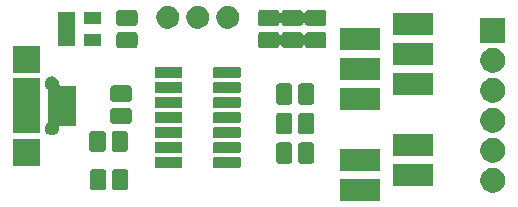
<source format=gbr>
G04 #@! TF.GenerationSoftware,KiCad,Pcbnew,5.1.5+dfsg1-2build2*
G04 #@! TF.CreationDate,2021-03-04T23:30:08+01:00*
G04 #@! TF.ProjectId,USB-I2C,5553422d-4932-4432-9e6b-696361645f70,rev?*
G04 #@! TF.SameCoordinates,Original*
G04 #@! TF.FileFunction,Soldermask,Top*
G04 #@! TF.FilePolarity,Negative*
%FSLAX46Y46*%
G04 Gerber Fmt 4.6, Leading zero omitted, Abs format (unit mm)*
G04 Created by KiCad (PCBNEW 5.1.5+dfsg1-2build2) date 2021-03-04 23:30:08*
%MOMM*%
%LPD*%
G04 APERTURE LIST*
%ADD10C,0.100000*%
G04 APERTURE END LIST*
D10*
G36*
X178950000Y-116105000D02*
G01*
X175550000Y-116105000D01*
X175550000Y-114205000D01*
X178950000Y-114205000D01*
X178950000Y-116105000D01*
G37*
G36*
X188594819Y-113254655D02*
G01*
X188774274Y-113290350D01*
X188965362Y-113369502D01*
X189137336Y-113484411D01*
X189283589Y-113630664D01*
X189398498Y-113802638D01*
X189477650Y-113993726D01*
X189518000Y-114196584D01*
X189518000Y-114403416D01*
X189477650Y-114606274D01*
X189398498Y-114797362D01*
X189283589Y-114969336D01*
X189137336Y-115115589D01*
X188965362Y-115230498D01*
X188774274Y-115309650D01*
X188596687Y-115344973D01*
X188571417Y-115350000D01*
X188364583Y-115350000D01*
X188339313Y-115344973D01*
X188161726Y-115309650D01*
X187970638Y-115230498D01*
X187798664Y-115115589D01*
X187652411Y-114969336D01*
X187537502Y-114797362D01*
X187458350Y-114606274D01*
X187418000Y-114403416D01*
X187418000Y-114196584D01*
X187458350Y-113993726D01*
X187537502Y-113802638D01*
X187652411Y-113630664D01*
X187798664Y-113484411D01*
X187970638Y-113369502D01*
X188161726Y-113290350D01*
X188341181Y-113254655D01*
X188364583Y-113250000D01*
X188571417Y-113250000D01*
X188594819Y-113254655D01*
G37*
G36*
X155523499Y-113355997D02*
G01*
X155576147Y-113371968D01*
X155624668Y-113397902D01*
X155667195Y-113432805D01*
X155702098Y-113475332D01*
X155728032Y-113523853D01*
X155744003Y-113576501D01*
X155750000Y-113637390D01*
X155750000Y-114862610D01*
X155744003Y-114923499D01*
X155728032Y-114976147D01*
X155702098Y-115024668D01*
X155667195Y-115067195D01*
X155624668Y-115102098D01*
X155576147Y-115128032D01*
X155523499Y-115144003D01*
X155462610Y-115150000D01*
X154662390Y-115150000D01*
X154601501Y-115144003D01*
X154548853Y-115128032D01*
X154500332Y-115102098D01*
X154457805Y-115067195D01*
X154422902Y-115024668D01*
X154396968Y-114976147D01*
X154380997Y-114923499D01*
X154375000Y-114862610D01*
X154375000Y-113637390D01*
X154380997Y-113576501D01*
X154396968Y-113523853D01*
X154422902Y-113475332D01*
X154457805Y-113432805D01*
X154500332Y-113397902D01*
X154548853Y-113371968D01*
X154601501Y-113355997D01*
X154662390Y-113350000D01*
X155462610Y-113350000D01*
X155523499Y-113355997D01*
G37*
G36*
X157398499Y-113355997D02*
G01*
X157451147Y-113371968D01*
X157499668Y-113397902D01*
X157542195Y-113432805D01*
X157577098Y-113475332D01*
X157603032Y-113523853D01*
X157619003Y-113576501D01*
X157625000Y-113637390D01*
X157625000Y-114862610D01*
X157619003Y-114923499D01*
X157603032Y-114976147D01*
X157577098Y-115024668D01*
X157542195Y-115067195D01*
X157499668Y-115102098D01*
X157451147Y-115128032D01*
X157398499Y-115144003D01*
X157337610Y-115150000D01*
X156537390Y-115150000D01*
X156476501Y-115144003D01*
X156423853Y-115128032D01*
X156375332Y-115102098D01*
X156332805Y-115067195D01*
X156297902Y-115024668D01*
X156271968Y-114976147D01*
X156255997Y-114923499D01*
X156250000Y-114862610D01*
X156250000Y-113637390D01*
X156255997Y-113576501D01*
X156271968Y-113523853D01*
X156297902Y-113475332D01*
X156332805Y-113432805D01*
X156375332Y-113397902D01*
X156423853Y-113371968D01*
X156476501Y-113355997D01*
X156537390Y-113350000D01*
X157337610Y-113350000D01*
X157398499Y-113355997D01*
G37*
G36*
X183450000Y-114835000D02*
G01*
X180050000Y-114835000D01*
X180050000Y-112935000D01*
X183450000Y-112935000D01*
X183450000Y-114835000D01*
G37*
G36*
X178950000Y-113565000D02*
G01*
X175550000Y-113565000D01*
X175550000Y-111665000D01*
X178950000Y-111665000D01*
X178950000Y-113565000D01*
G37*
G36*
X162048963Y-112314196D02*
G01*
X162084021Y-112324831D01*
X162116332Y-112342102D01*
X162144655Y-112365345D01*
X162167898Y-112393668D01*
X162185169Y-112425979D01*
X162195804Y-112461037D01*
X162200000Y-112503641D01*
X162200000Y-113116359D01*
X162195804Y-113158963D01*
X162185169Y-113194021D01*
X162167898Y-113226332D01*
X162144655Y-113254655D01*
X162116332Y-113277898D01*
X162084021Y-113295169D01*
X162048963Y-113305804D01*
X162006359Y-113310000D01*
X160043641Y-113310000D01*
X160001037Y-113305804D01*
X159965979Y-113295169D01*
X159933668Y-113277898D01*
X159905345Y-113254655D01*
X159882102Y-113226332D01*
X159864831Y-113194021D01*
X159854196Y-113158963D01*
X159850000Y-113116359D01*
X159850000Y-112503641D01*
X159854196Y-112461037D01*
X159864831Y-112425979D01*
X159882102Y-112393668D01*
X159905345Y-112365345D01*
X159933668Y-112342102D01*
X159965979Y-112324831D01*
X160001037Y-112314196D01*
X160043641Y-112310000D01*
X162006359Y-112310000D01*
X162048963Y-112314196D01*
G37*
G36*
X166998963Y-112314196D02*
G01*
X167034021Y-112324831D01*
X167066332Y-112342102D01*
X167094655Y-112365345D01*
X167117898Y-112393668D01*
X167135169Y-112425979D01*
X167145804Y-112461037D01*
X167150000Y-112503641D01*
X167150000Y-113116359D01*
X167145804Y-113158963D01*
X167135169Y-113194021D01*
X167117898Y-113226332D01*
X167094655Y-113254655D01*
X167066332Y-113277898D01*
X167034021Y-113295169D01*
X166998963Y-113305804D01*
X166956359Y-113310000D01*
X164993641Y-113310000D01*
X164951037Y-113305804D01*
X164915979Y-113295169D01*
X164883668Y-113277898D01*
X164855345Y-113254655D01*
X164832102Y-113226332D01*
X164814831Y-113194021D01*
X164804196Y-113158963D01*
X164800000Y-113116359D01*
X164800000Y-112503641D01*
X164804196Y-112461037D01*
X164814831Y-112425979D01*
X164832102Y-112393668D01*
X164855345Y-112365345D01*
X164883668Y-112342102D01*
X164915979Y-112324831D01*
X164951037Y-112314196D01*
X164993641Y-112310000D01*
X166956359Y-112310000D01*
X166998963Y-112314196D01*
G37*
G36*
X150148690Y-113098390D02*
G01*
X147851310Y-113098390D01*
X147851310Y-110801010D01*
X150148690Y-110801010D01*
X150148690Y-113098390D01*
G37*
G36*
X173148499Y-111105997D02*
G01*
X173201147Y-111121968D01*
X173249668Y-111147902D01*
X173292195Y-111182805D01*
X173327098Y-111225332D01*
X173353032Y-111273853D01*
X173369003Y-111326501D01*
X173375000Y-111387390D01*
X173375000Y-112612610D01*
X173369003Y-112673499D01*
X173353032Y-112726147D01*
X173327098Y-112774668D01*
X173292195Y-112817195D01*
X173249668Y-112852098D01*
X173201147Y-112878032D01*
X173148499Y-112894003D01*
X173087610Y-112900000D01*
X172287390Y-112900000D01*
X172226501Y-112894003D01*
X172173853Y-112878032D01*
X172125332Y-112852098D01*
X172082805Y-112817195D01*
X172047902Y-112774668D01*
X172021968Y-112726147D01*
X172005997Y-112673499D01*
X172000000Y-112612610D01*
X172000000Y-111387390D01*
X172005997Y-111326501D01*
X172021968Y-111273853D01*
X172047902Y-111225332D01*
X172082805Y-111182805D01*
X172125332Y-111147902D01*
X172173853Y-111121968D01*
X172226501Y-111105997D01*
X172287390Y-111100000D01*
X173087610Y-111100000D01*
X173148499Y-111105997D01*
G37*
G36*
X171273499Y-111105997D02*
G01*
X171326147Y-111121968D01*
X171374668Y-111147902D01*
X171417195Y-111182805D01*
X171452098Y-111225332D01*
X171478032Y-111273853D01*
X171494003Y-111326501D01*
X171500000Y-111387390D01*
X171500000Y-112612610D01*
X171494003Y-112673499D01*
X171478032Y-112726147D01*
X171452098Y-112774668D01*
X171417195Y-112817195D01*
X171374668Y-112852098D01*
X171326147Y-112878032D01*
X171273499Y-112894003D01*
X171212610Y-112900000D01*
X170412390Y-112900000D01*
X170351501Y-112894003D01*
X170298853Y-112878032D01*
X170250332Y-112852098D01*
X170207805Y-112817195D01*
X170172902Y-112774668D01*
X170146968Y-112726147D01*
X170130997Y-112673499D01*
X170125000Y-112612610D01*
X170125000Y-111387390D01*
X170130997Y-111326501D01*
X170146968Y-111273853D01*
X170172902Y-111225332D01*
X170207805Y-111182805D01*
X170250332Y-111147902D01*
X170298853Y-111121968D01*
X170351501Y-111105997D01*
X170412390Y-111100000D01*
X171212610Y-111100000D01*
X171273499Y-111105997D01*
G37*
G36*
X188594819Y-110714655D02*
G01*
X188774274Y-110750350D01*
X188965362Y-110829502D01*
X189137336Y-110944411D01*
X189283589Y-111090664D01*
X189398498Y-111262638D01*
X189477650Y-111453726D01*
X189518000Y-111656584D01*
X189518000Y-111863416D01*
X189477650Y-112066274D01*
X189398498Y-112257362D01*
X189283589Y-112429336D01*
X189137336Y-112575589D01*
X188965362Y-112690498D01*
X188774274Y-112769650D01*
X188596687Y-112804973D01*
X188571417Y-112810000D01*
X188364583Y-112810000D01*
X188339313Y-112804973D01*
X188161726Y-112769650D01*
X187970638Y-112690498D01*
X187798664Y-112575589D01*
X187652411Y-112429336D01*
X187537502Y-112257362D01*
X187458350Y-112066274D01*
X187418000Y-111863416D01*
X187418000Y-111656584D01*
X187458350Y-111453726D01*
X187537502Y-111262638D01*
X187652411Y-111090664D01*
X187798664Y-110944411D01*
X187970638Y-110829502D01*
X188161726Y-110750350D01*
X188341181Y-110714655D01*
X188364583Y-110710000D01*
X188571417Y-110710000D01*
X188594819Y-110714655D01*
G37*
G36*
X183450000Y-112295000D02*
G01*
X180050000Y-112295000D01*
X180050000Y-110395000D01*
X183450000Y-110395000D01*
X183450000Y-112295000D01*
G37*
G36*
X166998963Y-111044196D02*
G01*
X167034021Y-111054831D01*
X167066332Y-111072102D01*
X167094655Y-111095345D01*
X167117898Y-111123668D01*
X167135169Y-111155979D01*
X167145804Y-111191037D01*
X167150000Y-111233641D01*
X167150000Y-111846359D01*
X167145804Y-111888963D01*
X167135169Y-111924021D01*
X167117898Y-111956332D01*
X167094655Y-111984655D01*
X167066332Y-112007898D01*
X167034021Y-112025169D01*
X166998963Y-112035804D01*
X166956359Y-112040000D01*
X164993641Y-112040000D01*
X164951037Y-112035804D01*
X164915979Y-112025169D01*
X164883668Y-112007898D01*
X164855345Y-111984655D01*
X164832102Y-111956332D01*
X164814831Y-111924021D01*
X164804196Y-111888963D01*
X164800000Y-111846359D01*
X164800000Y-111233641D01*
X164804196Y-111191037D01*
X164814831Y-111155979D01*
X164832102Y-111123668D01*
X164855345Y-111095345D01*
X164883668Y-111072102D01*
X164915979Y-111054831D01*
X164951037Y-111044196D01*
X164993641Y-111040000D01*
X166956359Y-111040000D01*
X166998963Y-111044196D01*
G37*
G36*
X162048963Y-111044196D02*
G01*
X162084021Y-111054831D01*
X162116332Y-111072102D01*
X162144655Y-111095345D01*
X162167898Y-111123668D01*
X162185169Y-111155979D01*
X162195804Y-111191037D01*
X162200000Y-111233641D01*
X162200000Y-111846359D01*
X162195804Y-111888963D01*
X162185169Y-111924021D01*
X162167898Y-111956332D01*
X162144655Y-111984655D01*
X162116332Y-112007898D01*
X162084021Y-112025169D01*
X162048963Y-112035804D01*
X162006359Y-112040000D01*
X160043641Y-112040000D01*
X160001037Y-112035804D01*
X159965979Y-112025169D01*
X159933668Y-112007898D01*
X159905345Y-111984655D01*
X159882102Y-111956332D01*
X159864831Y-111924021D01*
X159854196Y-111888963D01*
X159850000Y-111846359D01*
X159850000Y-111233641D01*
X159854196Y-111191037D01*
X159864831Y-111155979D01*
X159882102Y-111123668D01*
X159905345Y-111095345D01*
X159933668Y-111072102D01*
X159965979Y-111054831D01*
X160001037Y-111044196D01*
X160043641Y-111040000D01*
X162006359Y-111040000D01*
X162048963Y-111044196D01*
G37*
G36*
X157348499Y-110105997D02*
G01*
X157401147Y-110121968D01*
X157449668Y-110147902D01*
X157492195Y-110182805D01*
X157527098Y-110225332D01*
X157553032Y-110273853D01*
X157569003Y-110326501D01*
X157575000Y-110387390D01*
X157575000Y-111612610D01*
X157569003Y-111673499D01*
X157553032Y-111726147D01*
X157527098Y-111774668D01*
X157492195Y-111817195D01*
X157449668Y-111852098D01*
X157401147Y-111878032D01*
X157348499Y-111894003D01*
X157287610Y-111900000D01*
X156487390Y-111900000D01*
X156426501Y-111894003D01*
X156373853Y-111878032D01*
X156325332Y-111852098D01*
X156282805Y-111817195D01*
X156247902Y-111774668D01*
X156221968Y-111726147D01*
X156205997Y-111673499D01*
X156200000Y-111612610D01*
X156200000Y-110387390D01*
X156205997Y-110326501D01*
X156221968Y-110273853D01*
X156247902Y-110225332D01*
X156282805Y-110182805D01*
X156325332Y-110147902D01*
X156373853Y-110121968D01*
X156426501Y-110105997D01*
X156487390Y-110100000D01*
X157287610Y-110100000D01*
X157348499Y-110105997D01*
G37*
G36*
X155473499Y-110105997D02*
G01*
X155526147Y-110121968D01*
X155574668Y-110147902D01*
X155617195Y-110182805D01*
X155652098Y-110225332D01*
X155678032Y-110273853D01*
X155694003Y-110326501D01*
X155700000Y-110387390D01*
X155700000Y-111612610D01*
X155694003Y-111673499D01*
X155678032Y-111726147D01*
X155652098Y-111774668D01*
X155617195Y-111817195D01*
X155574668Y-111852098D01*
X155526147Y-111878032D01*
X155473499Y-111894003D01*
X155412610Y-111900000D01*
X154612390Y-111900000D01*
X154551501Y-111894003D01*
X154498853Y-111878032D01*
X154450332Y-111852098D01*
X154407805Y-111817195D01*
X154372902Y-111774668D01*
X154346968Y-111726147D01*
X154330997Y-111673499D01*
X154325000Y-111612610D01*
X154325000Y-110387390D01*
X154330997Y-110326501D01*
X154346968Y-110273853D01*
X154372902Y-110225332D01*
X154407805Y-110182805D01*
X154450332Y-110147902D01*
X154498853Y-110121968D01*
X154551501Y-110105997D01*
X154612390Y-110100000D01*
X155412610Y-110100000D01*
X155473499Y-110105997D01*
G37*
G36*
X166998963Y-109774196D02*
G01*
X167034021Y-109784831D01*
X167066332Y-109802102D01*
X167094655Y-109825345D01*
X167117898Y-109853668D01*
X167135169Y-109885979D01*
X167145804Y-109921037D01*
X167150000Y-109963641D01*
X167150000Y-110576359D01*
X167145804Y-110618963D01*
X167135169Y-110654021D01*
X167117898Y-110686332D01*
X167094655Y-110714655D01*
X167066332Y-110737898D01*
X167034021Y-110755169D01*
X166998963Y-110765804D01*
X166956359Y-110770000D01*
X164993641Y-110770000D01*
X164951037Y-110765804D01*
X164915979Y-110755169D01*
X164883668Y-110737898D01*
X164855345Y-110714655D01*
X164832102Y-110686332D01*
X164814831Y-110654021D01*
X164804196Y-110618963D01*
X164800000Y-110576359D01*
X164800000Y-109963641D01*
X164804196Y-109921037D01*
X164814831Y-109885979D01*
X164832102Y-109853668D01*
X164855345Y-109825345D01*
X164883668Y-109802102D01*
X164915979Y-109784831D01*
X164951037Y-109774196D01*
X164993641Y-109770000D01*
X166956359Y-109770000D01*
X166998963Y-109774196D01*
G37*
G36*
X162048963Y-109774196D02*
G01*
X162084021Y-109784831D01*
X162116332Y-109802102D01*
X162144655Y-109825345D01*
X162167898Y-109853668D01*
X162185169Y-109885979D01*
X162195804Y-109921037D01*
X162200000Y-109963641D01*
X162200000Y-110576359D01*
X162195804Y-110618963D01*
X162185169Y-110654021D01*
X162167898Y-110686332D01*
X162144655Y-110714655D01*
X162116332Y-110737898D01*
X162084021Y-110755169D01*
X162048963Y-110765804D01*
X162006359Y-110770000D01*
X160043641Y-110770000D01*
X160001037Y-110765804D01*
X159965979Y-110755169D01*
X159933668Y-110737898D01*
X159905345Y-110714655D01*
X159882102Y-110686332D01*
X159864831Y-110654021D01*
X159854196Y-110618963D01*
X159850000Y-110576359D01*
X159850000Y-109963641D01*
X159854196Y-109921037D01*
X159864831Y-109885979D01*
X159882102Y-109853668D01*
X159905345Y-109825345D01*
X159933668Y-109802102D01*
X159965979Y-109784831D01*
X160001037Y-109774196D01*
X160043641Y-109770000D01*
X162006359Y-109770000D01*
X162048963Y-109774196D01*
G37*
G36*
X151323498Y-105524310D02*
G01*
X151432467Y-105569447D01*
X151432469Y-105569448D01*
X151530540Y-105634977D01*
X151613943Y-105718380D01*
X151613944Y-105718382D01*
X151679473Y-105816453D01*
X151724610Y-105925422D01*
X151747620Y-106041104D01*
X151747620Y-106167524D01*
X151746871Y-106175128D01*
X151749272Y-106199514D01*
X151756385Y-106222963D01*
X151767935Y-106244574D01*
X151783480Y-106263516D01*
X151802422Y-106279062D01*
X151824032Y-106290614D01*
X151847481Y-106297728D01*
X151871870Y-106300130D01*
X153200000Y-106300130D01*
X153200000Y-109699870D01*
X151869835Y-109699870D01*
X151845449Y-109702272D01*
X151822000Y-109709385D01*
X151800389Y-109720936D01*
X151781447Y-109736481D01*
X151765902Y-109755423D01*
X151754351Y-109777034D01*
X151747238Y-109800483D01*
X151744836Y-109824869D01*
X151745080Y-109827343D01*
X151745080Y-109956356D01*
X151722070Y-110072038D01*
X151689570Y-110150498D01*
X151676932Y-110181009D01*
X151611403Y-110279080D01*
X151528000Y-110362483D01*
X151429929Y-110428012D01*
X151429928Y-110428013D01*
X151429927Y-110428013D01*
X151320958Y-110473150D01*
X151205276Y-110496160D01*
X151087324Y-110496160D01*
X150971642Y-110473150D01*
X150862673Y-110428013D01*
X150862672Y-110428013D01*
X150862671Y-110428012D01*
X150764600Y-110362483D01*
X150681197Y-110279080D01*
X150615668Y-110181009D01*
X150603030Y-110150498D01*
X150570530Y-110072038D01*
X150547520Y-109956356D01*
X150547520Y-109838404D01*
X150570530Y-109722722D01*
X150615667Y-109613753D01*
X150615668Y-109613751D01*
X150681197Y-109515680D01*
X150763394Y-109433483D01*
X150778934Y-109414547D01*
X150790485Y-109392936D01*
X150797598Y-109369487D01*
X150800000Y-109345101D01*
X150800000Y-106649819D01*
X150797598Y-106625433D01*
X150790485Y-106601984D01*
X150778934Y-106580373D01*
X150763394Y-106561437D01*
X150683737Y-106481780D01*
X150618208Y-106383709D01*
X150607478Y-106357805D01*
X150573070Y-106274738D01*
X150550060Y-106159056D01*
X150550060Y-106041104D01*
X150573070Y-105925422D01*
X150618207Y-105816453D01*
X150683736Y-105718382D01*
X150683737Y-105718380D01*
X150767140Y-105634977D01*
X150865211Y-105569448D01*
X150865213Y-105569447D01*
X150974182Y-105524310D01*
X151089864Y-105501300D01*
X151207816Y-105501300D01*
X151323498Y-105524310D01*
G37*
G36*
X173148499Y-108605997D02*
G01*
X173201147Y-108621968D01*
X173249668Y-108647902D01*
X173292195Y-108682805D01*
X173327098Y-108725332D01*
X173353032Y-108773853D01*
X173369003Y-108826501D01*
X173375000Y-108887390D01*
X173375000Y-110112610D01*
X173369003Y-110173499D01*
X173353032Y-110226147D01*
X173327098Y-110274668D01*
X173292195Y-110317195D01*
X173249668Y-110352098D01*
X173201147Y-110378032D01*
X173148499Y-110394003D01*
X173087610Y-110400000D01*
X172287390Y-110400000D01*
X172226501Y-110394003D01*
X172173853Y-110378032D01*
X172125332Y-110352098D01*
X172082805Y-110317195D01*
X172047902Y-110274668D01*
X172021968Y-110226147D01*
X172005997Y-110173499D01*
X172000000Y-110112610D01*
X172000000Y-108887390D01*
X172005997Y-108826501D01*
X172021968Y-108773853D01*
X172047902Y-108725332D01*
X172082805Y-108682805D01*
X172125332Y-108647902D01*
X172173853Y-108621968D01*
X172226501Y-108605997D01*
X172287390Y-108600000D01*
X173087610Y-108600000D01*
X173148499Y-108605997D01*
G37*
G36*
X171273499Y-108605997D02*
G01*
X171326147Y-108621968D01*
X171374668Y-108647902D01*
X171417195Y-108682805D01*
X171452098Y-108725332D01*
X171478032Y-108773853D01*
X171494003Y-108826501D01*
X171500000Y-108887390D01*
X171500000Y-110112610D01*
X171494003Y-110173499D01*
X171478032Y-110226147D01*
X171452098Y-110274668D01*
X171417195Y-110317195D01*
X171374668Y-110352098D01*
X171326147Y-110378032D01*
X171273499Y-110394003D01*
X171212610Y-110400000D01*
X170412390Y-110400000D01*
X170351501Y-110394003D01*
X170298853Y-110378032D01*
X170250332Y-110352098D01*
X170207805Y-110317195D01*
X170172902Y-110274668D01*
X170146968Y-110226147D01*
X170130997Y-110173499D01*
X170125000Y-110112610D01*
X170125000Y-108887390D01*
X170130997Y-108826501D01*
X170146968Y-108773853D01*
X170172902Y-108725332D01*
X170207805Y-108682805D01*
X170250332Y-108647902D01*
X170298853Y-108621968D01*
X170351501Y-108605997D01*
X170412390Y-108600000D01*
X171212610Y-108600000D01*
X171273499Y-108605997D01*
G37*
G36*
X150148690Y-110347570D02*
G01*
X147851310Y-110347570D01*
X147851310Y-105652430D01*
X150148690Y-105652430D01*
X150148690Y-110347570D01*
G37*
G36*
X188594819Y-108174655D02*
G01*
X188774274Y-108210350D01*
X188965362Y-108289502D01*
X189137336Y-108404411D01*
X189283589Y-108550664D01*
X189398498Y-108722638D01*
X189477650Y-108913726D01*
X189518000Y-109116584D01*
X189518000Y-109323416D01*
X189477650Y-109526274D01*
X189398498Y-109717362D01*
X189283589Y-109889336D01*
X189137336Y-110035589D01*
X188965362Y-110150498D01*
X188774274Y-110229650D01*
X188596687Y-110264973D01*
X188571417Y-110270000D01*
X188364583Y-110270000D01*
X188339313Y-110264973D01*
X188161726Y-110229650D01*
X187970638Y-110150498D01*
X187798664Y-110035589D01*
X187652411Y-109889336D01*
X187537502Y-109717362D01*
X187458350Y-109526274D01*
X187418000Y-109323416D01*
X187418000Y-109116584D01*
X187458350Y-108913726D01*
X187537502Y-108722638D01*
X187652411Y-108550664D01*
X187798664Y-108404411D01*
X187970638Y-108289502D01*
X188161726Y-108210350D01*
X188341181Y-108174655D01*
X188364583Y-108170000D01*
X188571417Y-108170000D01*
X188594819Y-108174655D01*
G37*
G36*
X157673499Y-108155997D02*
G01*
X157726147Y-108171968D01*
X157774668Y-108197902D01*
X157817195Y-108232805D01*
X157852098Y-108275332D01*
X157878032Y-108323853D01*
X157894003Y-108376501D01*
X157900000Y-108437390D01*
X157900000Y-109237610D01*
X157894003Y-109298499D01*
X157878032Y-109351147D01*
X157852098Y-109399668D01*
X157817195Y-109442195D01*
X157774668Y-109477098D01*
X157726147Y-109503032D01*
X157673499Y-109519003D01*
X157612610Y-109525000D01*
X156387390Y-109525000D01*
X156326501Y-109519003D01*
X156273853Y-109503032D01*
X156225332Y-109477098D01*
X156182805Y-109442195D01*
X156147902Y-109399668D01*
X156121968Y-109351147D01*
X156105997Y-109298499D01*
X156100000Y-109237610D01*
X156100000Y-108437390D01*
X156105997Y-108376501D01*
X156121968Y-108323853D01*
X156147902Y-108275332D01*
X156182805Y-108232805D01*
X156225332Y-108197902D01*
X156273853Y-108171968D01*
X156326501Y-108155997D01*
X156387390Y-108150000D01*
X157612610Y-108150000D01*
X157673499Y-108155997D01*
G37*
G36*
X166998963Y-108504196D02*
G01*
X167034021Y-108514831D01*
X167066332Y-108532102D01*
X167094655Y-108555345D01*
X167117898Y-108583668D01*
X167135169Y-108615979D01*
X167145804Y-108651037D01*
X167150000Y-108693641D01*
X167150000Y-109306359D01*
X167145804Y-109348963D01*
X167135169Y-109384021D01*
X167117898Y-109416332D01*
X167094655Y-109444655D01*
X167066332Y-109467898D01*
X167034021Y-109485169D01*
X166998963Y-109495804D01*
X166956359Y-109500000D01*
X164993641Y-109500000D01*
X164951037Y-109495804D01*
X164915979Y-109485169D01*
X164883668Y-109467898D01*
X164855345Y-109444655D01*
X164832102Y-109416332D01*
X164814831Y-109384021D01*
X164804196Y-109348963D01*
X164800000Y-109306359D01*
X164800000Y-108693641D01*
X164804196Y-108651037D01*
X164814831Y-108615979D01*
X164832102Y-108583668D01*
X164855345Y-108555345D01*
X164883668Y-108532102D01*
X164915979Y-108514831D01*
X164951037Y-108504196D01*
X164993641Y-108500000D01*
X166956359Y-108500000D01*
X166998963Y-108504196D01*
G37*
G36*
X162048963Y-108504196D02*
G01*
X162084021Y-108514831D01*
X162116332Y-108532102D01*
X162144655Y-108555345D01*
X162167898Y-108583668D01*
X162185169Y-108615979D01*
X162195804Y-108651037D01*
X162200000Y-108693641D01*
X162200000Y-109306359D01*
X162195804Y-109348963D01*
X162185169Y-109384021D01*
X162167898Y-109416332D01*
X162144655Y-109444655D01*
X162116332Y-109467898D01*
X162084021Y-109485169D01*
X162048963Y-109495804D01*
X162006359Y-109500000D01*
X160043641Y-109500000D01*
X160001037Y-109495804D01*
X159965979Y-109485169D01*
X159933668Y-109467898D01*
X159905345Y-109444655D01*
X159882102Y-109416332D01*
X159864831Y-109384021D01*
X159854196Y-109348963D01*
X159850000Y-109306359D01*
X159850000Y-108693641D01*
X159854196Y-108651037D01*
X159864831Y-108615979D01*
X159882102Y-108583668D01*
X159905345Y-108555345D01*
X159933668Y-108532102D01*
X159965979Y-108514831D01*
X160001037Y-108504196D01*
X160043641Y-108500000D01*
X162006359Y-108500000D01*
X162048963Y-108504196D01*
G37*
G36*
X178950000Y-108375000D02*
G01*
X175550000Y-108375000D01*
X175550000Y-106475000D01*
X178950000Y-106475000D01*
X178950000Y-108375000D01*
G37*
G36*
X166998963Y-107234196D02*
G01*
X167034021Y-107244831D01*
X167066332Y-107262102D01*
X167094655Y-107285345D01*
X167117898Y-107313668D01*
X167135169Y-107345979D01*
X167145804Y-107381037D01*
X167150000Y-107423641D01*
X167150000Y-108036359D01*
X167145804Y-108078963D01*
X167135169Y-108114021D01*
X167117898Y-108146332D01*
X167094655Y-108174655D01*
X167066332Y-108197898D01*
X167034021Y-108215169D01*
X166998963Y-108225804D01*
X166956359Y-108230000D01*
X164993641Y-108230000D01*
X164951037Y-108225804D01*
X164915979Y-108215169D01*
X164883668Y-108197898D01*
X164855345Y-108174655D01*
X164832102Y-108146332D01*
X164814831Y-108114021D01*
X164804196Y-108078963D01*
X164800000Y-108036359D01*
X164800000Y-107423641D01*
X164804196Y-107381037D01*
X164814831Y-107345979D01*
X164832102Y-107313668D01*
X164855345Y-107285345D01*
X164883668Y-107262102D01*
X164915979Y-107244831D01*
X164951037Y-107234196D01*
X164993641Y-107230000D01*
X166956359Y-107230000D01*
X166998963Y-107234196D01*
G37*
G36*
X162048963Y-107234196D02*
G01*
X162084021Y-107244831D01*
X162116332Y-107262102D01*
X162144655Y-107285345D01*
X162167898Y-107313668D01*
X162185169Y-107345979D01*
X162195804Y-107381037D01*
X162200000Y-107423641D01*
X162200000Y-108036359D01*
X162195804Y-108078963D01*
X162185169Y-108114021D01*
X162167898Y-108146332D01*
X162144655Y-108174655D01*
X162116332Y-108197898D01*
X162084021Y-108215169D01*
X162048963Y-108225804D01*
X162006359Y-108230000D01*
X160043641Y-108230000D01*
X160001037Y-108225804D01*
X159965979Y-108215169D01*
X159933668Y-108197898D01*
X159905345Y-108174655D01*
X159882102Y-108146332D01*
X159864831Y-108114021D01*
X159854196Y-108078963D01*
X159850000Y-108036359D01*
X159850000Y-107423641D01*
X159854196Y-107381037D01*
X159864831Y-107345979D01*
X159882102Y-107313668D01*
X159905345Y-107285345D01*
X159933668Y-107262102D01*
X159965979Y-107244831D01*
X160001037Y-107234196D01*
X160043641Y-107230000D01*
X162006359Y-107230000D01*
X162048963Y-107234196D01*
G37*
G36*
X171273499Y-106105997D02*
G01*
X171326147Y-106121968D01*
X171374668Y-106147902D01*
X171417195Y-106182805D01*
X171452098Y-106225332D01*
X171478032Y-106273853D01*
X171494003Y-106326501D01*
X171500000Y-106387390D01*
X171500000Y-107612610D01*
X171494003Y-107673499D01*
X171478032Y-107726147D01*
X171452098Y-107774668D01*
X171417195Y-107817195D01*
X171374668Y-107852098D01*
X171326147Y-107878032D01*
X171273499Y-107894003D01*
X171212610Y-107900000D01*
X170412390Y-107900000D01*
X170351501Y-107894003D01*
X170298853Y-107878032D01*
X170250332Y-107852098D01*
X170207805Y-107817195D01*
X170172902Y-107774668D01*
X170146968Y-107726147D01*
X170130997Y-107673499D01*
X170125000Y-107612610D01*
X170125000Y-106387390D01*
X170130997Y-106326501D01*
X170146968Y-106273853D01*
X170172902Y-106225332D01*
X170207805Y-106182805D01*
X170250332Y-106147902D01*
X170298853Y-106121968D01*
X170351501Y-106105997D01*
X170412390Y-106100000D01*
X171212610Y-106100000D01*
X171273499Y-106105997D01*
G37*
G36*
X173148499Y-106105997D02*
G01*
X173201147Y-106121968D01*
X173249668Y-106147902D01*
X173292195Y-106182805D01*
X173327098Y-106225332D01*
X173353032Y-106273853D01*
X173369003Y-106326501D01*
X173375000Y-106387390D01*
X173375000Y-107612610D01*
X173369003Y-107673499D01*
X173353032Y-107726147D01*
X173327098Y-107774668D01*
X173292195Y-107817195D01*
X173249668Y-107852098D01*
X173201147Y-107878032D01*
X173148499Y-107894003D01*
X173087610Y-107900000D01*
X172287390Y-107900000D01*
X172226501Y-107894003D01*
X172173853Y-107878032D01*
X172125332Y-107852098D01*
X172082805Y-107817195D01*
X172047902Y-107774668D01*
X172021968Y-107726147D01*
X172005997Y-107673499D01*
X172000000Y-107612610D01*
X172000000Y-106387390D01*
X172005997Y-106326501D01*
X172021968Y-106273853D01*
X172047902Y-106225332D01*
X172082805Y-106182805D01*
X172125332Y-106147902D01*
X172173853Y-106121968D01*
X172226501Y-106105997D01*
X172287390Y-106100000D01*
X173087610Y-106100000D01*
X173148499Y-106105997D01*
G37*
G36*
X188594819Y-105634655D02*
G01*
X188774274Y-105670350D01*
X188965362Y-105749502D01*
X189137336Y-105864411D01*
X189283589Y-106010664D01*
X189398498Y-106182638D01*
X189477650Y-106373726D01*
X189518000Y-106576584D01*
X189518000Y-106783416D01*
X189477650Y-106986274D01*
X189398498Y-107177362D01*
X189283589Y-107349336D01*
X189137336Y-107495589D01*
X188965362Y-107610498D01*
X188774274Y-107689650D01*
X188596687Y-107724973D01*
X188571417Y-107730000D01*
X188364583Y-107730000D01*
X188339313Y-107724973D01*
X188161726Y-107689650D01*
X187970638Y-107610498D01*
X187798664Y-107495589D01*
X187652411Y-107349336D01*
X187537502Y-107177362D01*
X187458350Y-106986274D01*
X187418000Y-106783416D01*
X187418000Y-106576584D01*
X187458350Y-106373726D01*
X187537502Y-106182638D01*
X187652411Y-106010664D01*
X187798664Y-105864411D01*
X187970638Y-105749502D01*
X188161726Y-105670350D01*
X188341181Y-105634655D01*
X188364583Y-105630000D01*
X188571417Y-105630000D01*
X188594819Y-105634655D01*
G37*
G36*
X157673499Y-106280997D02*
G01*
X157726147Y-106296968D01*
X157774668Y-106322902D01*
X157817195Y-106357805D01*
X157852098Y-106400332D01*
X157878032Y-106448853D01*
X157894003Y-106501501D01*
X157900000Y-106562390D01*
X157900000Y-107362610D01*
X157894003Y-107423499D01*
X157878032Y-107476147D01*
X157852098Y-107524668D01*
X157817195Y-107567195D01*
X157774668Y-107602098D01*
X157726147Y-107628032D01*
X157673499Y-107644003D01*
X157612610Y-107650000D01*
X156387390Y-107650000D01*
X156326501Y-107644003D01*
X156273853Y-107628032D01*
X156225332Y-107602098D01*
X156182805Y-107567195D01*
X156147902Y-107524668D01*
X156121968Y-107476147D01*
X156105997Y-107423499D01*
X156100000Y-107362610D01*
X156100000Y-106562390D01*
X156105997Y-106501501D01*
X156121968Y-106448853D01*
X156147902Y-106400332D01*
X156182805Y-106357805D01*
X156225332Y-106322902D01*
X156273853Y-106296968D01*
X156326501Y-106280997D01*
X156387390Y-106275000D01*
X157612610Y-106275000D01*
X157673499Y-106280997D01*
G37*
G36*
X183450000Y-107105000D02*
G01*
X180050000Y-107105000D01*
X180050000Y-105205000D01*
X183450000Y-105205000D01*
X183450000Y-107105000D01*
G37*
G36*
X166998963Y-105964196D02*
G01*
X167034021Y-105974831D01*
X167066332Y-105992102D01*
X167094655Y-106015345D01*
X167117898Y-106043668D01*
X167135169Y-106075979D01*
X167145804Y-106111037D01*
X167150000Y-106153641D01*
X167150000Y-106766359D01*
X167145804Y-106808963D01*
X167135169Y-106844021D01*
X167117898Y-106876332D01*
X167094655Y-106904655D01*
X167066332Y-106927898D01*
X167034021Y-106945169D01*
X166998963Y-106955804D01*
X166956359Y-106960000D01*
X164993641Y-106960000D01*
X164951037Y-106955804D01*
X164915979Y-106945169D01*
X164883668Y-106927898D01*
X164855345Y-106904655D01*
X164832102Y-106876332D01*
X164814831Y-106844021D01*
X164804196Y-106808963D01*
X164800000Y-106766359D01*
X164800000Y-106153641D01*
X164804196Y-106111037D01*
X164814831Y-106075979D01*
X164832102Y-106043668D01*
X164855345Y-106015345D01*
X164883668Y-105992102D01*
X164915979Y-105974831D01*
X164951037Y-105964196D01*
X164993641Y-105960000D01*
X166956359Y-105960000D01*
X166998963Y-105964196D01*
G37*
G36*
X162048963Y-105964196D02*
G01*
X162084021Y-105974831D01*
X162116332Y-105992102D01*
X162144655Y-106015345D01*
X162167898Y-106043668D01*
X162185169Y-106075979D01*
X162195804Y-106111037D01*
X162200000Y-106153641D01*
X162200000Y-106766359D01*
X162195804Y-106808963D01*
X162185169Y-106844021D01*
X162167898Y-106876332D01*
X162144655Y-106904655D01*
X162116332Y-106927898D01*
X162084021Y-106945169D01*
X162048963Y-106955804D01*
X162006359Y-106960000D01*
X160043641Y-106960000D01*
X160001037Y-106955804D01*
X159965979Y-106945169D01*
X159933668Y-106927898D01*
X159905345Y-106904655D01*
X159882102Y-106876332D01*
X159864831Y-106844021D01*
X159854196Y-106808963D01*
X159850000Y-106766359D01*
X159850000Y-106153641D01*
X159854196Y-106111037D01*
X159864831Y-106075979D01*
X159882102Y-106043668D01*
X159905345Y-106015345D01*
X159933668Y-105992102D01*
X159965979Y-105974831D01*
X160001037Y-105964196D01*
X160043641Y-105960000D01*
X162006359Y-105960000D01*
X162048963Y-105964196D01*
G37*
G36*
X178950000Y-105835000D02*
G01*
X175550000Y-105835000D01*
X175550000Y-103935000D01*
X178950000Y-103935000D01*
X178950000Y-105835000D01*
G37*
G36*
X162048963Y-104694196D02*
G01*
X162084021Y-104704831D01*
X162116332Y-104722102D01*
X162144655Y-104745345D01*
X162167898Y-104773668D01*
X162185169Y-104805979D01*
X162195804Y-104841037D01*
X162200000Y-104883641D01*
X162200000Y-105496359D01*
X162195804Y-105538963D01*
X162185169Y-105574021D01*
X162167898Y-105606332D01*
X162144655Y-105634655D01*
X162116332Y-105657898D01*
X162084021Y-105675169D01*
X162048963Y-105685804D01*
X162006359Y-105690000D01*
X160043641Y-105690000D01*
X160001037Y-105685804D01*
X159965979Y-105675169D01*
X159933668Y-105657898D01*
X159905345Y-105634655D01*
X159882102Y-105606332D01*
X159864831Y-105574021D01*
X159854196Y-105538963D01*
X159850000Y-105496359D01*
X159850000Y-104883641D01*
X159854196Y-104841037D01*
X159864831Y-104805979D01*
X159882102Y-104773668D01*
X159905345Y-104745345D01*
X159933668Y-104722102D01*
X159965979Y-104704831D01*
X160001037Y-104694196D01*
X160043641Y-104690000D01*
X162006359Y-104690000D01*
X162048963Y-104694196D01*
G37*
G36*
X166998963Y-104694196D02*
G01*
X167034021Y-104704831D01*
X167066332Y-104722102D01*
X167094655Y-104745345D01*
X167117898Y-104773668D01*
X167135169Y-104805979D01*
X167145804Y-104841037D01*
X167150000Y-104883641D01*
X167150000Y-105496359D01*
X167145804Y-105538963D01*
X167135169Y-105574021D01*
X167117898Y-105606332D01*
X167094655Y-105634655D01*
X167066332Y-105657898D01*
X167034021Y-105675169D01*
X166998963Y-105685804D01*
X166956359Y-105690000D01*
X164993641Y-105690000D01*
X164951037Y-105685804D01*
X164915979Y-105675169D01*
X164883668Y-105657898D01*
X164855345Y-105634655D01*
X164832102Y-105606332D01*
X164814831Y-105574021D01*
X164804196Y-105538963D01*
X164800000Y-105496359D01*
X164800000Y-104883641D01*
X164804196Y-104841037D01*
X164814831Y-104805979D01*
X164832102Y-104773668D01*
X164855345Y-104745345D01*
X164883668Y-104722102D01*
X164915979Y-104704831D01*
X164951037Y-104694196D01*
X164993641Y-104690000D01*
X166956359Y-104690000D01*
X166998963Y-104694196D01*
G37*
G36*
X150148690Y-105198990D02*
G01*
X147851310Y-105198990D01*
X147851310Y-102901610D01*
X150148690Y-102901610D01*
X150148690Y-105198990D01*
G37*
G36*
X188596687Y-103095027D02*
G01*
X188774274Y-103130350D01*
X188965362Y-103209502D01*
X189137336Y-103324411D01*
X189283589Y-103470664D01*
X189398498Y-103642638D01*
X189477650Y-103833726D01*
X189518000Y-104036584D01*
X189518000Y-104243416D01*
X189477650Y-104446274D01*
X189398498Y-104637362D01*
X189283589Y-104809336D01*
X189137336Y-104955589D01*
X188965362Y-105070498D01*
X188774274Y-105149650D01*
X188596687Y-105184973D01*
X188571417Y-105190000D01*
X188364583Y-105190000D01*
X188339313Y-105184973D01*
X188161726Y-105149650D01*
X187970638Y-105070498D01*
X187798664Y-104955589D01*
X187652411Y-104809336D01*
X187537502Y-104637362D01*
X187458350Y-104446274D01*
X187418000Y-104243416D01*
X187418000Y-104036584D01*
X187458350Y-103833726D01*
X187537502Y-103642638D01*
X187652411Y-103470664D01*
X187798664Y-103324411D01*
X187970638Y-103209502D01*
X188161726Y-103130350D01*
X188339313Y-103095027D01*
X188364583Y-103090000D01*
X188571417Y-103090000D01*
X188596687Y-103095027D01*
G37*
G36*
X183450000Y-104565000D02*
G01*
X180050000Y-104565000D01*
X180050000Y-102665000D01*
X183450000Y-102665000D01*
X183450000Y-104565000D01*
G37*
G36*
X178950000Y-103295000D02*
G01*
X175550000Y-103295000D01*
X175550000Y-101395000D01*
X178950000Y-101395000D01*
X178950000Y-103295000D01*
G37*
G36*
X158173499Y-101755997D02*
G01*
X158226147Y-101771968D01*
X158274668Y-101797902D01*
X158317195Y-101832805D01*
X158352098Y-101875332D01*
X158378032Y-101923853D01*
X158394003Y-101976501D01*
X158400000Y-102037390D01*
X158400000Y-102837610D01*
X158394003Y-102898499D01*
X158378032Y-102951147D01*
X158352098Y-102999668D01*
X158317195Y-103042195D01*
X158274668Y-103077098D01*
X158226147Y-103103032D01*
X158173499Y-103119003D01*
X158112610Y-103125000D01*
X156887390Y-103125000D01*
X156826501Y-103119003D01*
X156773853Y-103103032D01*
X156725332Y-103077098D01*
X156682805Y-103042195D01*
X156647902Y-102999668D01*
X156621968Y-102951147D01*
X156605997Y-102898499D01*
X156600000Y-102837610D01*
X156600000Y-102037390D01*
X156605997Y-101976501D01*
X156621968Y-101923853D01*
X156647902Y-101875332D01*
X156682805Y-101832805D01*
X156725332Y-101797902D01*
X156773853Y-101771968D01*
X156826501Y-101755997D01*
X156887390Y-101750000D01*
X158112610Y-101750000D01*
X158173499Y-101755997D01*
G37*
G36*
X170173499Y-101755997D02*
G01*
X170226147Y-101771968D01*
X170274668Y-101797902D01*
X170317195Y-101832805D01*
X170352098Y-101875332D01*
X170378032Y-101923853D01*
X170380383Y-101931602D01*
X170389761Y-101954241D01*
X170403375Y-101974616D01*
X170420702Y-101991943D01*
X170441076Y-102005556D01*
X170463715Y-102014934D01*
X170487748Y-102019714D01*
X170512252Y-102019714D01*
X170536285Y-102014934D01*
X170558924Y-102005556D01*
X170579299Y-101991942D01*
X170596626Y-101974615D01*
X170610239Y-101954241D01*
X170619617Y-101931602D01*
X170621968Y-101923853D01*
X170647902Y-101875332D01*
X170682805Y-101832805D01*
X170725332Y-101797902D01*
X170773853Y-101771968D01*
X170826501Y-101755997D01*
X170887390Y-101750000D01*
X172112610Y-101750000D01*
X172173499Y-101755997D01*
X172226147Y-101771968D01*
X172274668Y-101797902D01*
X172317195Y-101832805D01*
X172352098Y-101875332D01*
X172378032Y-101923853D01*
X172380383Y-101931602D01*
X172389761Y-101954241D01*
X172403375Y-101974616D01*
X172420702Y-101991943D01*
X172441076Y-102005556D01*
X172463715Y-102014934D01*
X172487748Y-102019714D01*
X172512252Y-102019714D01*
X172536285Y-102014934D01*
X172558924Y-102005556D01*
X172579299Y-101991942D01*
X172596626Y-101974615D01*
X172610239Y-101954241D01*
X172619617Y-101931602D01*
X172621968Y-101923853D01*
X172647902Y-101875332D01*
X172682805Y-101832805D01*
X172725332Y-101797902D01*
X172773853Y-101771968D01*
X172826501Y-101755997D01*
X172887390Y-101750000D01*
X174112610Y-101750000D01*
X174173499Y-101755997D01*
X174226147Y-101771968D01*
X174274668Y-101797902D01*
X174317195Y-101832805D01*
X174352098Y-101875332D01*
X174378032Y-101923853D01*
X174394003Y-101976501D01*
X174400000Y-102037390D01*
X174400000Y-102837610D01*
X174394003Y-102898499D01*
X174378032Y-102951147D01*
X174352098Y-102999668D01*
X174317195Y-103042195D01*
X174274668Y-103077098D01*
X174226147Y-103103032D01*
X174173499Y-103119003D01*
X174112610Y-103125000D01*
X172887390Y-103125000D01*
X172826501Y-103119003D01*
X172773853Y-103103032D01*
X172725332Y-103077098D01*
X172682805Y-103042195D01*
X172647902Y-102999668D01*
X172621968Y-102951147D01*
X172619617Y-102943398D01*
X172610239Y-102920759D01*
X172596625Y-102900384D01*
X172579298Y-102883057D01*
X172558924Y-102869444D01*
X172536285Y-102860066D01*
X172512252Y-102855286D01*
X172487748Y-102855286D01*
X172463715Y-102860066D01*
X172441076Y-102869444D01*
X172420701Y-102883058D01*
X172403374Y-102900385D01*
X172389761Y-102920759D01*
X172380383Y-102943398D01*
X172378032Y-102951147D01*
X172352098Y-102999668D01*
X172317195Y-103042195D01*
X172274668Y-103077098D01*
X172226147Y-103103032D01*
X172173499Y-103119003D01*
X172112610Y-103125000D01*
X170887390Y-103125000D01*
X170826501Y-103119003D01*
X170773853Y-103103032D01*
X170725332Y-103077098D01*
X170682805Y-103042195D01*
X170647902Y-102999668D01*
X170621968Y-102951147D01*
X170619617Y-102943398D01*
X170610239Y-102920759D01*
X170596625Y-102900384D01*
X170579298Y-102883057D01*
X170558924Y-102869444D01*
X170536285Y-102860066D01*
X170512252Y-102855286D01*
X170487748Y-102855286D01*
X170463715Y-102860066D01*
X170441076Y-102869444D01*
X170420701Y-102883058D01*
X170403374Y-102900385D01*
X170389761Y-102920759D01*
X170380383Y-102943398D01*
X170378032Y-102951147D01*
X170352098Y-102999668D01*
X170317195Y-103042195D01*
X170274668Y-103077098D01*
X170226147Y-103103032D01*
X170173499Y-103119003D01*
X170112610Y-103125000D01*
X168887390Y-103125000D01*
X168826501Y-103119003D01*
X168773853Y-103103032D01*
X168725332Y-103077098D01*
X168682805Y-103042195D01*
X168647902Y-102999668D01*
X168621968Y-102951147D01*
X168605997Y-102898499D01*
X168600000Y-102837610D01*
X168600000Y-102037390D01*
X168605997Y-101976501D01*
X168621968Y-101923853D01*
X168647902Y-101875332D01*
X168682805Y-101832805D01*
X168725332Y-101797902D01*
X168773853Y-101771968D01*
X168826501Y-101755997D01*
X168887390Y-101750000D01*
X170112610Y-101750000D01*
X170173499Y-101755997D01*
G37*
G36*
X155330000Y-102975000D02*
G01*
X153870000Y-102975000D01*
X153870000Y-101925000D01*
X155330000Y-101925000D01*
X155330000Y-102975000D01*
G37*
G36*
X153130000Y-102975000D02*
G01*
X151670000Y-102975000D01*
X151670000Y-100025000D01*
X153130000Y-100025000D01*
X153130000Y-102975000D01*
G37*
G36*
X189518000Y-102650000D02*
G01*
X187418000Y-102650000D01*
X187418000Y-100550000D01*
X189518000Y-100550000D01*
X189518000Y-102650000D01*
G37*
G36*
X183450000Y-102025000D02*
G01*
X180050000Y-102025000D01*
X180050000Y-100125000D01*
X183450000Y-100125000D01*
X183450000Y-102025000D01*
G37*
G36*
X166320604Y-99574968D02*
G01*
X166408142Y-99611228D01*
X166495678Y-99647486D01*
X166495679Y-99647487D01*
X166653237Y-99752763D01*
X166787237Y-99886763D01*
X166834705Y-99957805D01*
X166892514Y-100044322D01*
X166915417Y-100099615D01*
X166965032Y-100219396D01*
X167002000Y-100405250D01*
X167002000Y-100594750D01*
X166965032Y-100780604D01*
X166892514Y-100955678D01*
X166892513Y-100955679D01*
X166787237Y-101113237D01*
X166653237Y-101247237D01*
X166521879Y-101335007D01*
X166495678Y-101352514D01*
X166320604Y-101425032D01*
X166134750Y-101462000D01*
X165945250Y-101462000D01*
X165759396Y-101425032D01*
X165671858Y-101388772D01*
X165584322Y-101352514D01*
X165558121Y-101335007D01*
X165426763Y-101247237D01*
X165292763Y-101113237D01*
X165187487Y-100955679D01*
X165187486Y-100955678D01*
X165114968Y-100780604D01*
X165078000Y-100594750D01*
X165078000Y-100405250D01*
X165114968Y-100219396D01*
X165164583Y-100099615D01*
X165187486Y-100044322D01*
X165245295Y-99957805D01*
X165292763Y-99886763D01*
X165426763Y-99752763D01*
X165584321Y-99647487D01*
X165584322Y-99647486D01*
X165671858Y-99611228D01*
X165759396Y-99574968D01*
X165945250Y-99538000D01*
X166134750Y-99538000D01*
X166320604Y-99574968D01*
G37*
G36*
X163780604Y-99574968D02*
G01*
X163868142Y-99611228D01*
X163955678Y-99647486D01*
X163955679Y-99647487D01*
X164113237Y-99752763D01*
X164247237Y-99886763D01*
X164294705Y-99957805D01*
X164352514Y-100044322D01*
X164375417Y-100099615D01*
X164425032Y-100219396D01*
X164462000Y-100405250D01*
X164462000Y-100594750D01*
X164425032Y-100780604D01*
X164352514Y-100955678D01*
X164352513Y-100955679D01*
X164247237Y-101113237D01*
X164113237Y-101247237D01*
X163981879Y-101335007D01*
X163955678Y-101352514D01*
X163780604Y-101425032D01*
X163594750Y-101462000D01*
X163405250Y-101462000D01*
X163219396Y-101425032D01*
X163131858Y-101388772D01*
X163044322Y-101352514D01*
X163018121Y-101335007D01*
X162886763Y-101247237D01*
X162752763Y-101113237D01*
X162647487Y-100955679D01*
X162647486Y-100955678D01*
X162574968Y-100780604D01*
X162538000Y-100594750D01*
X162538000Y-100405250D01*
X162574968Y-100219396D01*
X162624583Y-100099615D01*
X162647486Y-100044322D01*
X162705295Y-99957805D01*
X162752763Y-99886763D01*
X162886763Y-99752763D01*
X163044321Y-99647487D01*
X163044322Y-99647486D01*
X163131858Y-99611228D01*
X163219396Y-99574968D01*
X163405250Y-99538000D01*
X163594750Y-99538000D01*
X163780604Y-99574968D01*
G37*
G36*
X161240604Y-99574968D02*
G01*
X161328142Y-99611228D01*
X161415678Y-99647486D01*
X161415679Y-99647487D01*
X161573237Y-99752763D01*
X161707237Y-99886763D01*
X161754705Y-99957805D01*
X161812514Y-100044322D01*
X161835417Y-100099615D01*
X161885032Y-100219396D01*
X161922000Y-100405250D01*
X161922000Y-100594750D01*
X161885032Y-100780604D01*
X161812514Y-100955678D01*
X161812513Y-100955679D01*
X161707237Y-101113237D01*
X161573237Y-101247237D01*
X161441879Y-101335007D01*
X161415678Y-101352514D01*
X161240604Y-101425032D01*
X161054750Y-101462000D01*
X160865250Y-101462000D01*
X160679396Y-101425032D01*
X160591858Y-101388772D01*
X160504322Y-101352514D01*
X160478121Y-101335007D01*
X160346763Y-101247237D01*
X160212763Y-101113237D01*
X160107487Y-100955679D01*
X160107486Y-100955678D01*
X160034968Y-100780604D01*
X159998000Y-100594750D01*
X159998000Y-100405250D01*
X160034968Y-100219396D01*
X160084583Y-100099615D01*
X160107486Y-100044322D01*
X160165295Y-99957805D01*
X160212763Y-99886763D01*
X160346763Y-99752763D01*
X160504321Y-99647487D01*
X160504322Y-99647486D01*
X160591858Y-99611228D01*
X160679396Y-99574968D01*
X160865250Y-99538000D01*
X161054750Y-99538000D01*
X161240604Y-99574968D01*
G37*
G36*
X170173499Y-99880997D02*
G01*
X170226147Y-99896968D01*
X170274668Y-99922902D01*
X170317195Y-99957805D01*
X170352098Y-100000332D01*
X170378032Y-100048853D01*
X170380383Y-100056602D01*
X170389761Y-100079241D01*
X170403375Y-100099616D01*
X170420702Y-100116943D01*
X170441076Y-100130556D01*
X170463715Y-100139934D01*
X170487748Y-100144714D01*
X170512252Y-100144714D01*
X170536285Y-100139934D01*
X170558924Y-100130556D01*
X170579299Y-100116942D01*
X170596626Y-100099615D01*
X170610239Y-100079241D01*
X170619617Y-100056602D01*
X170621968Y-100048853D01*
X170647902Y-100000332D01*
X170682805Y-99957805D01*
X170725332Y-99922902D01*
X170773853Y-99896968D01*
X170826501Y-99880997D01*
X170887390Y-99875000D01*
X172112610Y-99875000D01*
X172173499Y-99880997D01*
X172226147Y-99896968D01*
X172274668Y-99922902D01*
X172317195Y-99957805D01*
X172352098Y-100000332D01*
X172378032Y-100048853D01*
X172380383Y-100056602D01*
X172389761Y-100079241D01*
X172403375Y-100099616D01*
X172420702Y-100116943D01*
X172441076Y-100130556D01*
X172463715Y-100139934D01*
X172487748Y-100144714D01*
X172512252Y-100144714D01*
X172536285Y-100139934D01*
X172558924Y-100130556D01*
X172579299Y-100116942D01*
X172596626Y-100099615D01*
X172610239Y-100079241D01*
X172619617Y-100056602D01*
X172621968Y-100048853D01*
X172647902Y-100000332D01*
X172682805Y-99957805D01*
X172725332Y-99922902D01*
X172773853Y-99896968D01*
X172826501Y-99880997D01*
X172887390Y-99875000D01*
X174112610Y-99875000D01*
X174173499Y-99880997D01*
X174226147Y-99896968D01*
X174274668Y-99922902D01*
X174317195Y-99957805D01*
X174352098Y-100000332D01*
X174378032Y-100048853D01*
X174394003Y-100101501D01*
X174400000Y-100162390D01*
X174400000Y-100962610D01*
X174394003Y-101023499D01*
X174378032Y-101076147D01*
X174352098Y-101124668D01*
X174317195Y-101167195D01*
X174274668Y-101202098D01*
X174226147Y-101228032D01*
X174173499Y-101244003D01*
X174112610Y-101250000D01*
X172887390Y-101250000D01*
X172826501Y-101244003D01*
X172773853Y-101228032D01*
X172725332Y-101202098D01*
X172682805Y-101167195D01*
X172647902Y-101124668D01*
X172621968Y-101076147D01*
X172619617Y-101068398D01*
X172610239Y-101045759D01*
X172596625Y-101025384D01*
X172579298Y-101008057D01*
X172558924Y-100994444D01*
X172536285Y-100985066D01*
X172512252Y-100980286D01*
X172487748Y-100980286D01*
X172463715Y-100985066D01*
X172441076Y-100994444D01*
X172420701Y-101008058D01*
X172403374Y-101025385D01*
X172389761Y-101045759D01*
X172380383Y-101068398D01*
X172378032Y-101076147D01*
X172352098Y-101124668D01*
X172317195Y-101167195D01*
X172274668Y-101202098D01*
X172226147Y-101228032D01*
X172173499Y-101244003D01*
X172112610Y-101250000D01*
X170887390Y-101250000D01*
X170826501Y-101244003D01*
X170773853Y-101228032D01*
X170725332Y-101202098D01*
X170682805Y-101167195D01*
X170647902Y-101124668D01*
X170621968Y-101076147D01*
X170619617Y-101068398D01*
X170610239Y-101045759D01*
X170596625Y-101025384D01*
X170579298Y-101008057D01*
X170558924Y-100994444D01*
X170536285Y-100985066D01*
X170512252Y-100980286D01*
X170487748Y-100980286D01*
X170463715Y-100985066D01*
X170441076Y-100994444D01*
X170420701Y-101008058D01*
X170403374Y-101025385D01*
X170389761Y-101045759D01*
X170380383Y-101068398D01*
X170378032Y-101076147D01*
X170352098Y-101124668D01*
X170317195Y-101167195D01*
X170274668Y-101202098D01*
X170226147Y-101228032D01*
X170173499Y-101244003D01*
X170112610Y-101250000D01*
X168887390Y-101250000D01*
X168826501Y-101244003D01*
X168773853Y-101228032D01*
X168725332Y-101202098D01*
X168682805Y-101167195D01*
X168647902Y-101124668D01*
X168621968Y-101076147D01*
X168605997Y-101023499D01*
X168600000Y-100962610D01*
X168600000Y-100162390D01*
X168605997Y-100101501D01*
X168621968Y-100048853D01*
X168647902Y-100000332D01*
X168682805Y-99957805D01*
X168725332Y-99922902D01*
X168773853Y-99896968D01*
X168826501Y-99880997D01*
X168887390Y-99875000D01*
X170112610Y-99875000D01*
X170173499Y-99880997D01*
G37*
G36*
X158173499Y-99880997D02*
G01*
X158226147Y-99896968D01*
X158274668Y-99922902D01*
X158317195Y-99957805D01*
X158352098Y-100000332D01*
X158378032Y-100048853D01*
X158394003Y-100101501D01*
X158400000Y-100162390D01*
X158400000Y-100962610D01*
X158394003Y-101023499D01*
X158378032Y-101076147D01*
X158352098Y-101124668D01*
X158317195Y-101167195D01*
X158274668Y-101202098D01*
X158226147Y-101228032D01*
X158173499Y-101244003D01*
X158112610Y-101250000D01*
X156887390Y-101250000D01*
X156826501Y-101244003D01*
X156773853Y-101228032D01*
X156725332Y-101202098D01*
X156682805Y-101167195D01*
X156647902Y-101124668D01*
X156621968Y-101076147D01*
X156605997Y-101023499D01*
X156600000Y-100962610D01*
X156600000Y-100162390D01*
X156605997Y-100101501D01*
X156621968Y-100048853D01*
X156647902Y-100000332D01*
X156682805Y-99957805D01*
X156725332Y-99922902D01*
X156773853Y-99896968D01*
X156826501Y-99880997D01*
X156887390Y-99875000D01*
X158112610Y-99875000D01*
X158173499Y-99880997D01*
G37*
G36*
X155330000Y-101075000D02*
G01*
X153870000Y-101075000D01*
X153870000Y-100025000D01*
X155330000Y-100025000D01*
X155330000Y-101075000D01*
G37*
M02*

</source>
